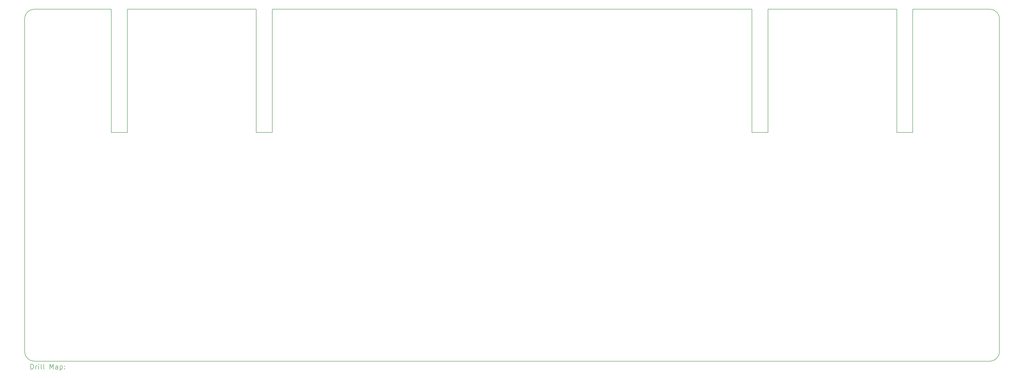
<source format=gbr>
%FSLAX45Y45*%
G04 Gerber Fmt 4.5, Leading zero omitted, Abs format (unit mm)*
G04 Created by KiCad (PCBNEW (6.0.0)) date 2022-03-05 22:59:05*
%MOMM*%
%LPD*%
G01*
G04 APERTURE LIST*
%TA.AperFunction,Profile*%
%ADD10C,0.200000*%
%TD*%
%ADD11C,0.200000*%
G04 APERTURE END LIST*
D10*
X36712420Y-7222670D02*
X36712420Y-12222670D01*
X40478700Y-21509270D02*
G75*
G03*
X40875550Y-21112420I0J396850D01*
G01*
X1746140Y-7222670D02*
G75*
G03*
X1349290Y-7619520I0J-396850D01*
G01*
X11387420Y-7222670D02*
X30837420Y-7222670D01*
X36712420Y-12222670D02*
X37362420Y-12222670D01*
X31487420Y-7222670D02*
X31487420Y-12222670D01*
X4862420Y-7222670D02*
X1746140Y-7222670D01*
X40875550Y-21112420D02*
X40875550Y-7619520D01*
X5512420Y-7222670D02*
X5512420Y-12222670D01*
X11387420Y-12222670D02*
X10737420Y-12222670D01*
X11387420Y-7222670D02*
X11387420Y-12222670D01*
X31487420Y-7222670D02*
X36712420Y-7222670D01*
X5512420Y-7222670D02*
X10737420Y-7222670D01*
X31487420Y-12222670D02*
X30837420Y-12222670D01*
X37362420Y-7222670D02*
X40478700Y-7222670D01*
X1349290Y-21112420D02*
G75*
G03*
X1746140Y-21509270I396850J0D01*
G01*
X5512420Y-12222670D02*
X4862420Y-12222670D01*
X1746140Y-21509270D02*
X40478700Y-21509270D01*
X10737420Y-12222670D02*
X10737420Y-7222670D01*
X37362420Y-12222670D02*
X37362420Y-7222670D01*
X1349290Y-7619520D02*
X1349290Y-21112420D01*
X40875550Y-7619520D02*
G75*
G03*
X40478700Y-7222670I-396850J0D01*
G01*
X4862420Y-12222670D02*
X4862420Y-7222670D01*
X30837420Y-12222670D02*
X30837420Y-7222670D01*
D11*
X1596909Y-21829746D02*
X1596909Y-21629746D01*
X1644528Y-21629746D01*
X1673099Y-21639270D01*
X1692147Y-21658318D01*
X1701671Y-21677365D01*
X1711195Y-21715460D01*
X1711195Y-21744032D01*
X1701671Y-21782127D01*
X1692147Y-21801175D01*
X1673099Y-21820222D01*
X1644528Y-21829746D01*
X1596909Y-21829746D01*
X1796909Y-21829746D02*
X1796909Y-21696413D01*
X1796909Y-21734508D02*
X1806433Y-21715460D01*
X1815957Y-21705937D01*
X1835004Y-21696413D01*
X1854052Y-21696413D01*
X1920718Y-21829746D02*
X1920718Y-21696413D01*
X1920718Y-21629746D02*
X1911195Y-21639270D01*
X1920718Y-21648794D01*
X1930242Y-21639270D01*
X1920718Y-21629746D01*
X1920718Y-21648794D01*
X2044528Y-21829746D02*
X2025480Y-21820222D01*
X2015957Y-21801175D01*
X2015957Y-21629746D01*
X2149290Y-21829746D02*
X2130242Y-21820222D01*
X2120719Y-21801175D01*
X2120719Y-21629746D01*
X2377861Y-21829746D02*
X2377861Y-21629746D01*
X2444528Y-21772603D01*
X2511195Y-21629746D01*
X2511195Y-21829746D01*
X2692147Y-21829746D02*
X2692147Y-21724984D01*
X2682623Y-21705937D01*
X2663576Y-21696413D01*
X2625480Y-21696413D01*
X2606433Y-21705937D01*
X2692147Y-21820222D02*
X2673100Y-21829746D01*
X2625480Y-21829746D01*
X2606433Y-21820222D01*
X2596909Y-21801175D01*
X2596909Y-21782127D01*
X2606433Y-21763080D01*
X2625480Y-21753556D01*
X2673100Y-21753556D01*
X2692147Y-21744032D01*
X2787385Y-21696413D02*
X2787385Y-21896413D01*
X2787385Y-21705937D02*
X2806433Y-21696413D01*
X2844528Y-21696413D01*
X2863576Y-21705937D01*
X2873099Y-21715460D01*
X2882623Y-21734508D01*
X2882623Y-21791651D01*
X2873099Y-21810699D01*
X2863576Y-21820222D01*
X2844528Y-21829746D01*
X2806433Y-21829746D01*
X2787385Y-21820222D01*
X2968338Y-21810699D02*
X2977861Y-21820222D01*
X2968338Y-21829746D01*
X2958814Y-21820222D01*
X2968338Y-21810699D01*
X2968338Y-21829746D01*
X2968338Y-21705937D02*
X2977861Y-21715460D01*
X2968338Y-21724984D01*
X2958814Y-21715460D01*
X2968338Y-21705937D01*
X2968338Y-21724984D01*
M02*

</source>
